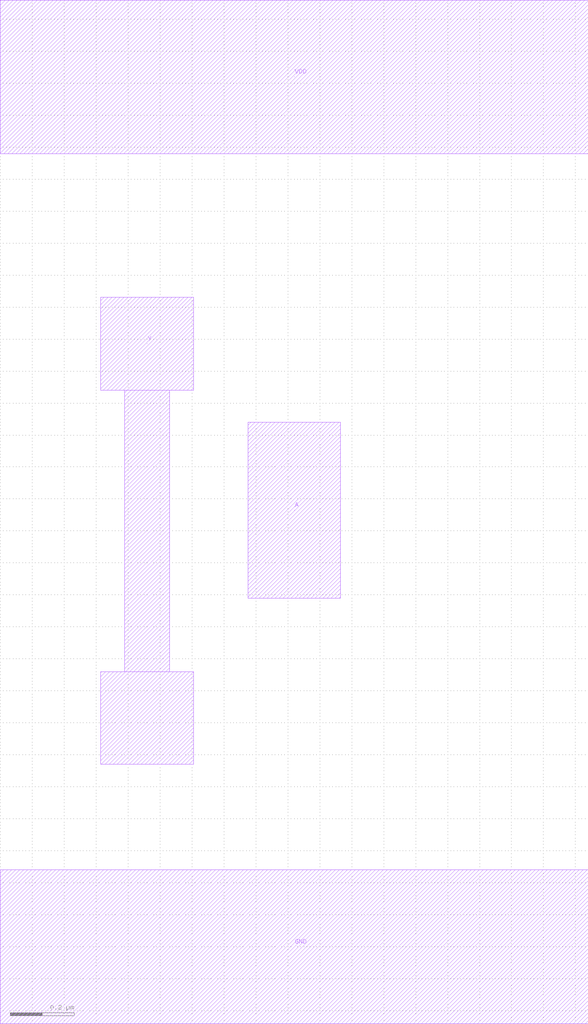
<source format=lef>
MACRO INVX2
 CLASS CORE ;
 ORIGIN 0 0 ;
 FOREIGN INVX2 0 0 ;
 SITE CORE ;
 SYMMETRY X Y R90 ;
  PIN VDD
   DIRECTION INOUT ;
   USE SIGNAL ;
   SHAPE ABUTMENT ;
    PORT
     CLASS CORE ;
       LAYER metal2 ;
        RECT 0.00000000 2.48000000 1.84000000 2.96000000 ;
    END
  END VDD

  PIN GND
   DIRECTION INOUT ;
   USE SIGNAL ;
   SHAPE ABUTMENT ;
    PORT
     CLASS CORE ;
       LAYER metal2 ;
        RECT 0.00000000 -0.24000000 1.84000000 0.24000000 ;
    END
  END GND

  PIN Y
   DIRECTION INOUT ;
   USE SIGNAL ;
   SHAPE ABUTMENT ;
    PORT
     CLASS CORE ;
       LAYER metal2 ;
        RECT 0.31500000 0.57000000 0.60500000 0.86000000 ;
        RECT 0.39000000 0.86000000 0.53000000 1.74000000 ;
        RECT 0.31500000 1.74000000 0.60500000 2.03000000 ;
    END
  END Y

  PIN A
   DIRECTION INOUT ;
   USE SIGNAL ;
   SHAPE ABUTMENT ;
    PORT
     CLASS CORE ;
       LAYER metal2 ;
        RECT 0.77500000 1.09000000 1.06500000 1.64000000 ;
    END
  END A


END INVX2

</source>
